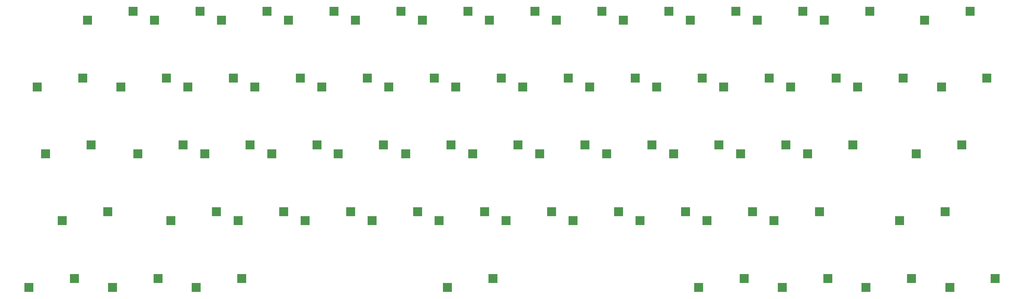
<source format=gbr>
%TF.GenerationSoftware,KiCad,Pcbnew,(5.1.9)-1*%
%TF.CreationDate,2021-02-15T19:25:36-05:00*%
%TF.ProjectId,60percent,36307065-7263-4656-9e74-2e6b69636164,rev?*%
%TF.SameCoordinates,Original*%
%TF.FileFunction,Paste,Bot*%
%TF.FilePolarity,Positive*%
%FSLAX46Y46*%
G04 Gerber Fmt 4.6, Leading zero omitted, Abs format (unit mm)*
G04 Created by KiCad (PCBNEW (5.1.9)-1) date 2021-02-15 19:25:36*
%MOMM*%
%LPD*%
G01*
G04 APERTURE LIST*
%ADD10R,2.550000X2.500000*%
G04 APERTURE END LIST*
D10*
%TO.C,K1*%
X101092000Y-68738750D03*
X88165000Y-71278750D03*
%TD*%
%TO.C,K2*%
X107215000Y-71278750D03*
X120142000Y-68738750D03*
%TD*%
%TO.C,K3*%
X126265000Y-71278750D03*
X139192000Y-68738750D03*
%TD*%
%TO.C,K4*%
X158241500Y-68738750D03*
X145314500Y-71278750D03*
%TD*%
%TO.C,K5*%
X164364500Y-71278750D03*
X177291500Y-68738750D03*
%TD*%
%TO.C,K6*%
X196341500Y-68738750D03*
X183414500Y-71278750D03*
%TD*%
%TO.C,K7*%
X215391500Y-68738750D03*
X202464500Y-71278750D03*
%TD*%
%TO.C,K8*%
X234441500Y-68738750D03*
X221514500Y-71278750D03*
%TD*%
%TO.C,K9*%
X240564500Y-71278750D03*
X253491500Y-68738750D03*
%TD*%
%TO.C,K10*%
X259614500Y-71278750D03*
X272541500Y-68738750D03*
%TD*%
%TO.C,K11*%
X291591500Y-68738750D03*
X278664500Y-71278750D03*
%TD*%
%TO.C,K12*%
X310641500Y-68738750D03*
X297714500Y-71278750D03*
%TD*%
%TO.C,K13*%
X326290500Y-71278750D03*
X339217500Y-68738750D03*
%TD*%
%TO.C,K14*%
X73877500Y-90328750D03*
X86804500Y-87788750D03*
%TD*%
%TO.C,K27*%
X343979500Y-87788750D03*
X331052500Y-90328750D03*
%TD*%
%TO.C,K28*%
X76258700Y-109378750D03*
X89185700Y-106838750D03*
%TD*%
%TO.C,K29*%
X102452500Y-109378750D03*
X115379500Y-106838750D03*
%TD*%
%TO.C,K30*%
X134429500Y-106838750D03*
X121502500Y-109378750D03*
%TD*%
%TO.C,K31*%
X153479500Y-106838750D03*
X140552500Y-109378750D03*
%TD*%
%TO.C,K32*%
X172370500Y-106838750D03*
X159443500Y-109378750D03*
%TD*%
%TO.C,K33*%
X178652500Y-109378750D03*
X191579500Y-106838750D03*
%TD*%
%TO.C,K34*%
X210629500Y-106838750D03*
X197702500Y-109378750D03*
%TD*%
%TO.C,K35*%
X229679500Y-106838750D03*
X216752500Y-109378750D03*
%TD*%
%TO.C,K36*%
X235802500Y-109378750D03*
X248729500Y-106838750D03*
%TD*%
%TO.C,K37*%
X254852500Y-109378750D03*
X267779500Y-106838750D03*
%TD*%
%TO.C,K38*%
X273902500Y-109378750D03*
X286829500Y-106838750D03*
%TD*%
%TO.C,K39*%
X292952500Y-109378750D03*
X305879500Y-106838750D03*
%TD*%
%TO.C,K40*%
X323908500Y-109378750D03*
X336835500Y-106838750D03*
%TD*%
%TO.C,K41*%
X93948300Y-125888750D03*
X81021300Y-128428750D03*
%TD*%
%TO.C,K42*%
X111918700Y-128428750D03*
X124845700Y-125888750D03*
%TD*%
%TO.C,K43*%
X131027500Y-128428750D03*
X143954500Y-125888750D03*
%TD*%
%TO.C,K44*%
X150077500Y-128428750D03*
X163004500Y-125888750D03*
%TD*%
%TO.C,K45*%
X182054500Y-125888750D03*
X169127500Y-128428750D03*
%TD*%
%TO.C,K46*%
X201104500Y-125888750D03*
X188177500Y-128428750D03*
%TD*%
%TO.C,K47*%
X220154500Y-125888750D03*
X207227500Y-128428750D03*
%TD*%
%TO.C,K48*%
X239204500Y-125888750D03*
X226277500Y-128428750D03*
%TD*%
%TO.C,K49*%
X245327500Y-128428750D03*
X258254500Y-125888750D03*
%TD*%
%TO.C,K50*%
X264377500Y-128428750D03*
X277304500Y-125888750D03*
%TD*%
%TO.C,K51*%
X283427500Y-128428750D03*
X296354500Y-125888750D03*
%TD*%
%TO.C,K52*%
X319146500Y-128428750D03*
X332073500Y-125888750D03*
%TD*%
%TO.C,K53*%
X84423300Y-144938750D03*
X71496300Y-147478750D03*
%TD*%
%TO.C,K54*%
X95308700Y-147478750D03*
X108235700Y-144938750D03*
%TD*%
%TO.C,K55*%
X119121300Y-147478750D03*
X132048300Y-144938750D03*
%TD*%
%TO.C,K56*%
X190558500Y-147478750D03*
X203485500Y-144938750D03*
%TD*%
%TO.C,K57*%
X261996500Y-147478750D03*
X274923500Y-144938750D03*
%TD*%
%TO.C,K58*%
X298735500Y-144938750D03*
X285808500Y-147478750D03*
%TD*%
%TO.C,K59*%
X309621500Y-147478750D03*
X322548500Y-144938750D03*
%TD*%
%TO.C,K60*%
X346360500Y-144938750D03*
X333433500Y-147478750D03*
%TD*%
%TO.C,K15*%
X110617000Y-87788750D03*
X97690000Y-90328750D03*
%TD*%
%TO.C,K16*%
X116740000Y-90328750D03*
X129667000Y-87788750D03*
%TD*%
%TO.C,K17*%
X148717000Y-87788750D03*
X135790000Y-90328750D03*
%TD*%
%TO.C,K18*%
X154840500Y-90328750D03*
X167767500Y-87788750D03*
%TD*%
%TO.C,K19*%
X173890500Y-90328750D03*
X186817500Y-87788750D03*
%TD*%
%TO.C,K20*%
X205867500Y-87788750D03*
X192940500Y-90328750D03*
%TD*%
%TO.C,K21*%
X224917500Y-87788750D03*
X211990500Y-90328750D03*
%TD*%
%TO.C,K22*%
X231040500Y-90328750D03*
X243967500Y-87788750D03*
%TD*%
%TO.C,K23*%
X250090500Y-90328750D03*
X263017500Y-87788750D03*
%TD*%
%TO.C,K24*%
X269140500Y-90328750D03*
X282067500Y-87788750D03*
%TD*%
%TO.C,K25*%
X301117500Y-87788750D03*
X288190500Y-90328750D03*
%TD*%
%TO.C,K26*%
X320167500Y-87788750D03*
X307240500Y-90328750D03*
%TD*%
M02*

</source>
